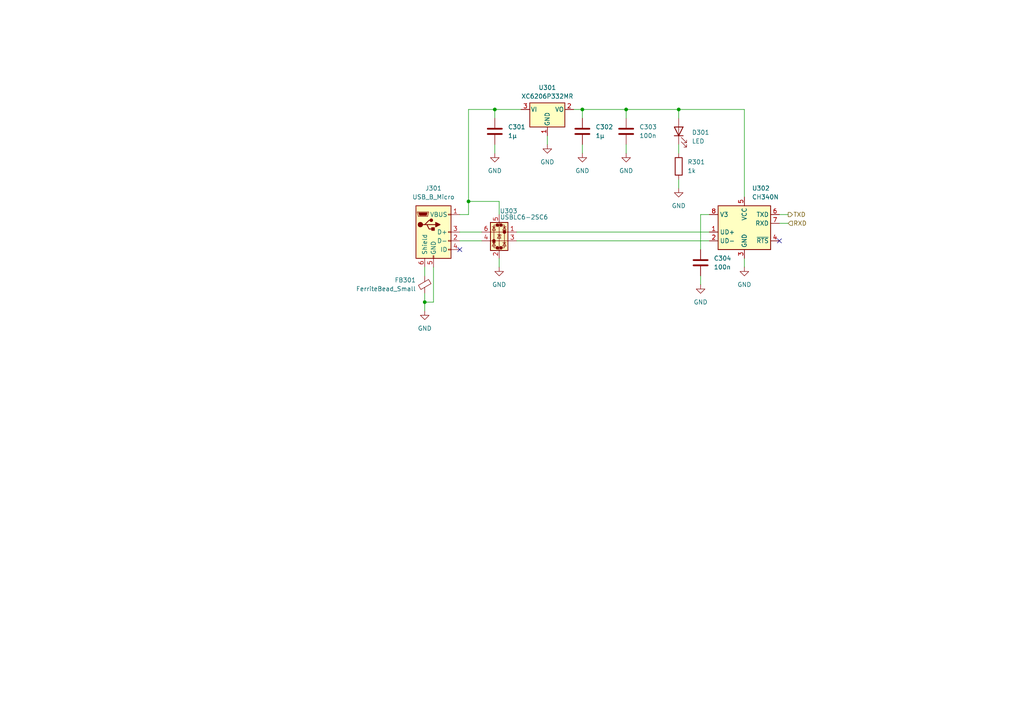
<source format=kicad_sch>
(kicad_sch (version 20231120) (generator "eeschema") (generator_version "8.0")
  (paper "A4")
  (title_block (title "Belegt") (date "2025-01-22") (rev "v0.1") (company "Eurovibes Benedikt Spranger") (comment 1 "SPDX-License-Identifier: CERN-OHL-S-2.0") (comment 2 "https://ohwr.org/cern_ohl_s_v2.txt") (comment 3 "To view a copy of this license, visit") (comment 4 "This work is licensed under the CERN-OHL-S v2"))
  (lib_symbols
    (symbol "Connector:USB_B_Micro" (pin_names (offset 1.016))
      (property "Reference" "J" (at -5.08 11.43 0))
      (property "Value" "USB_B_Micro" (at -5.08 8.89 0))
      (symbol "USB_B_Micro_0_1"
        (rectangle (start -5.08 -7.62) (end 5.08 7.62) (stroke (width 0.254)) (fill (type background)))
        (circle (center -3.81 2.159) (radius 0.635) (stroke (width 0.254)) (fill (type outline)))
        (circle (center -0.635 3.429) (radius 0.381) (stroke (width 0.254)) (fill (type outline)))
        (rectangle (start -0.127 -7.62) (end 0.127 -6.858))
        (polyline (pts (xy -1.905 2.159) (xy 0.635 2.159)) (stroke (width 0.254)))
        (polyline (pts (xy -3.175 2.159) (xy -2.54 2.159) (xy -1.27 3.429) (xy -0.635 3.429)) (stroke (width 0.254)))
        (polyline (pts (xy -2.54 2.159) (xy -1.905 2.159) (xy -1.27 0.889) (xy 0 0.889)) (stroke (width 0.254)))
        (polyline (pts (xy 0.635 2.794) (xy 0.635 1.524) (xy 1.905 2.159) (xy 0.635 2.794)) (stroke (width 0.254)) (fill (type outline)))
        (polyline (pts (xy -4.318 5.588) (xy -1.778 5.588) (xy -2.032 4.826) (xy -4.064 4.826) (xy -4.318 5.588)) (fill (type outline)))
        (polyline (pts (xy -4.699 5.842) (xy -4.699 5.588) (xy -4.445 4.826) (xy -4.445 4.572) (xy -1.651 4.572) (xy -1.651 4.826) (xy -1.397 5.588) (xy -1.397 5.842) (xy -4.699 5.842)))
        (rectangle (start 0.254 1.27) (end -0.508 0.508) (stroke (width 0.254)) (fill (type outline)))
        (rectangle (start 5.08 -5.207) (end 4.318 -4.953))
        (rectangle (start 5.08 -2.667) (end 4.318 -2.413))
        (rectangle (start 5.08 -0.127) (end 4.318 0.127))
        (rectangle (start 5.08 4.953) (end 4.318 5.207))
      )
      (symbol "USB_B_Micro_1_1"
        (pin power_out line (at 7.62 5.08 180) (length 2.54) (name "VBUS") (number "1"))
        (pin bidirectional line (at 7.62 -2.54 180) (length 2.54) (name "D-") (number "2"))
        (pin bidirectional line (at 7.62 0 180) (length 2.54) (name "D+") (number "3"))
        (pin passive line (at 7.62 -5.08 180) (length 2.54) (name "ID") (number "4"))
        (pin power_out line (at 0 -10.16 90) (length 2.54) (name "GND") (number "5"))
        (pin passive line (at -2.54 -10.16 90) (length 2.54) (name "Shield") (number "6"))
      )
    )
    (symbol "Device:C" (pin_numbers hide) (pin_names (offset 0.254))
      (property "Reference" "C" (at 0.635 2.54 0))
      (property "Value" "C" (at 0.635 -2.54 0))
      (symbol "C_0_1"
        (polyline (pts (xy -2.032 -0.762) (xy 2.032 -0.762)) (stroke (width 0.508)))
        (polyline (pts (xy -2.032 0.762) (xy 2.032 0.762)) (stroke (width 0.508)))
      )
      (symbol "C_1_1"
        (pin passive line (at 0 3.81 270) (length 2.794) (name "~") (number "1"))
        (pin passive line (at 0 -3.81 90) (length 2.794) (name "~") (number "2"))
      )
    )
    (symbol "Device:FerriteBead_Small" (pin_numbers hide) (pin_names (offset 0))
      (property "Reference" "FB" (at 1.905 1.27 0))
      (property "Value" "FerriteBead_Small" (at 1.905 -1.27 0))
      (symbol "FerriteBead_Small_0_1"
        (polyline (pts (xy 0 -1.27) (xy 0 -0.7874)))
        (polyline (pts (xy 0 0.889) (xy 0 1.2954)))
        (polyline (pts (xy -1.8288 0.2794) (xy -1.1176 1.4986) (xy 1.8288 -0.2032) (xy 1.1176 -1.4224) (xy -1.8288 0.2794)))
      )
      (symbol "FerriteBead_Small_1_1"
        (pin passive line (at 0 2.54 270) (length 1.27) (name "~") (number "1"))
        (pin passive line (at 0 -2.54 90) (length 1.27) (name "~") (number "2"))
      )
    )
    (symbol "Device:LED" (pin_numbers hide) (pin_names (offset 1.016) hide)
      (property "Reference" "D" (at 0 2.54 0))
      (property "Value" "LED" (at 0 -2.54 0))
      (symbol "LED_0_1"
        (polyline (pts (xy -1.27 -1.27) (xy -1.27 1.27)) (stroke (width 0.254)))
        (polyline (pts (xy -1.27 0) (xy 1.27 0)))
        (polyline (pts (xy 1.27 -1.27) (xy 1.27 1.27) (xy -1.27 0) (xy 1.27 -1.27)) (stroke (width 0.254)))
        (polyline (pts (xy -3.048 -0.762) (xy -4.572 -2.286) (xy -3.81 -2.286) (xy -4.572 -2.286) (xy -4.572 -1.524)))
        (polyline (pts (xy -1.778 -0.762) (xy -3.302 -2.286) (xy -2.54 -2.286) (xy -3.302 -2.286) (xy -3.302 -1.524)))
      )
      (symbol "LED_1_1"
        (pin passive line (at -3.81 0 0) (length 2.54) (name "K") (number "1"))
        (pin passive line (at 3.81 0 180) (length 2.54) (name "A") (number "2"))
      )
    )
    (symbol "Device:R" (pin_numbers hide) (pin_names (offset 0))
      (property "Reference" "R" (at 2.032 0 90))
      (property "Value" "R" (at 0 0 90))
      (symbol "R_0_1"
        (rectangle (start -1.016 -2.54) (end 1.016 2.54) (stroke (width 0.254)))
      )
      (symbol "R_1_1"
        (pin passive line (at 0 3.81 270) (length 1.27) (name "~") (number "1"))
        (pin passive line (at 0 -3.81 90) (length 1.27) (name "~") (number "2"))
      )
    )
    (symbol "Interface_USB:CH340N"
      (property "Reference" "U" (at -7.62 6.35 0))
      (property "Value" "CH340N" (at 7.62 6.35 0))
      (symbol "CH340N_0_1"
        (rectangle (start -7.62 5.08) (end 7.62 -7.62) (stroke (width 0.254)) (fill (type background)))
      )
      (symbol "CH340N_1_1"
        (pin bidirectional line (at -10.16 -2.54 0) (length 2.54) (name "UD+") (number "1"))
        (pin bidirectional line (at -10.16 -5.08 0) (length 2.54) (name "UD-") (number "2"))
        (pin power_in line (at 0 -10.16 90) (length 2.54) (name "GND") (number "3"))
        (pin output line (at 10.16 -5.08 180) (length 2.54) (name "~{RTS}") (number "4"))
        (pin power_in line (at 0 7.62 270) (length 2.54) (name "VCC") (number "5"))
        (pin output line (at 10.16 2.54 180) (length 2.54) (name "TXD") (number "6"))
        (pin input line (at 10.16 0 180) (length 2.54) (name "RXD") (number "7"))
        (pin passive line (at -10.16 2.54 0) (length 2.54) (name "V3") (number "8"))
      )
    )
    (symbol "Power_Protection:USBLC6-2SC6" (pin_names hide)
      (property "Reference" "U" (at 0.635 5.715 0))
      (property "Value" "USBLC6-2SC6" (at 0.635 3.81 0))
      (symbol "USBLC6-2SC6_0_0"
        (circle (center -1.524 0) (radius 0.0001) (stroke (width 0.508)))
        (circle (center -0.508 -4.572) (radius 0.0001) (stroke (width 0.508)))
        (circle (center -0.508 2.032) (radius 0.0001) (stroke (width 0.508)))
        (circle (center 0.508 -4.572) (radius 0.0001) (stroke (width 0.508)))
        (circle (center 0.508 2.032) (radius 0.0001) (stroke (width 0.508)))
        (circle (center 1.524 -2.54) (radius 0.0001) (stroke (width 0.508)))
      )
      (symbol "USBLC6-2SC6_0_1"
        (polyline (pts (xy -2.54 -2.54) (xy 2.54 -2.54)))
        (polyline (pts (xy -2.54 0) (xy 2.54 0)))
        (polyline (pts (xy -2.032 -3.048) (xy -1.016 -3.048)))
        (polyline (pts (xy -1.016 1.524) (xy -2.032 1.524)))
        (polyline (pts (xy 1.016 -3.048) (xy 2.032 -3.048)))
        (polyline (pts (xy 1.016 1.524) (xy 2.032 1.524)))
        (polyline (pts (xy -0.508 -1.143) (xy -0.508 -0.762) (xy 0.508 -0.762)))
        (polyline (pts (xy -2.032 0.508) (xy -1.016 0.508) (xy -1.524 1.524) (xy -2.032 0.508)))
        (polyline (pts (xy -1.016 -4.064) (xy -2.032 -4.064) (xy -1.524 -3.048) (xy -1.016 -4.064)))
        (polyline (pts (xy 0.508 -1.778) (xy -0.508 -1.778) (xy 0 -0.762) (xy 0.508 -1.778)))
        (polyline (pts (xy 2.032 -4.064) (xy 1.016 -4.064) (xy 1.524 -3.048) (xy 2.032 -4.064)))
        (polyline (pts (xy 2.032 0.508) (xy 1.016 0.508) (xy 1.524 1.524) (xy 2.032 0.508)))
        (polyline (pts (xy 0 2.54) (xy -0.508 2.032) (xy 0.508 2.032) (xy 0 1.524) (xy 0 -4.064) (xy -0.508 -4.572) (xy 0.508 -4.572) (xy 0 -5.08)))
      )
      (symbol "USBLC6-2SC6_1_1"
        (rectangle (start -2.54 2.794) (end 2.54 -5.334) (stroke (width 0.254)) (fill (type background)))
        (polyline (pts (xy -0.508 2.032) (xy -1.524 2.032) (xy -1.524 -4.572) (xy -0.508 -4.572)))
        (polyline (pts (xy 0.508 -4.572) (xy 1.524 -4.572) (xy 1.524 2.032) (xy 0.508 2.032)))
        (pin passive line (at -5.08 0 0) (length 2.54) (name "I/O1") (number "1"))
        (pin passive line (at 0 -7.62 90) (length 2.54) (name "GND") (number "2"))
        (pin passive line (at -5.08 -2.54 0) (length 2.54) (name "I/O2") (number "3"))
        (pin passive line (at 5.08 -2.54 180) (length 2.54) (name "I/O2") (number "4"))
        (pin passive line (at 0 5.08 270) (length 2.54) (name "VBUS") (number "5"))
        (pin passive line (at 5.08 0 180) (length 2.54) (name "I/O1") (number "6"))
      )
    )
    (symbol "Regulator_Linear:XC6206PxxxMR" (pin_names (offset 0.254))
      (property "Reference" "U" (at -3.81 3.175 0))
      (property "Value" "XC6206PxxxMR" (at 0 3.175 0))
      (symbol "XC6206PxxxMR_0_1"
        (rectangle (start -5.08 1.905) (end 5.08 -5.08) (stroke (width 0.254)) (fill (type background)))
      )
      (symbol "XC6206PxxxMR_1_1"
        (pin power_in line (at 0 -7.62 90) (length 2.54) (name "GND") (number "1"))
        (pin power_out line (at 7.62 0 180) (length 2.54) (name "VO") (number "2"))
        (pin power_in line (at -7.62 0 0) (length 2.54) (name "VI") (number "3"))
      )
    )
    (symbol "power:GND" (power) (pin_numbers hide) (pin_names (offset 0) hide)
      (property "Value" "GND" (at 0 -3.81 0))
      (symbol "GND_0_1"
        (polyline (pts (xy 0 0) (xy 0 -1.27) (xy 1.27 -1.27) (xy 0 -2.54) (xy -1.27 -1.27) (xy 0 -1.27)))
      )
      (symbol "GND_1_1"
        (pin power_in line (at 0 0 270) (length 0) (name "~") (number "1"))
      )
    )
  )
  (junction (at 181.61 31.75))
  (junction (at 143.51 31.75))
  (junction (at 168.91 31.75))
  (junction (at 123.19 87.63))
  (junction (at 135.89 58.42))
  (junction (at 196.85 31.75))
  (no_connect (at 133.35 72.39))
  (no_connect (at 226.06 69.85))
  (wire (pts (xy 205.74 62.23) (xy 203.2 62.23)))
  (wire (pts (xy 125.73 77.47) (xy 125.73 87.63)))
  (wire (pts (xy 196.85 31.75) (xy 181.61 31.75)))
  (wire (pts (xy 168.91 41.91) (xy 168.91 44.45)))
  (wire (pts (xy 125.73 87.63) (xy 123.19 87.63)))
  (wire (pts (xy 123.19 77.47) (xy 123.19 80.01)))
  (wire (pts (xy 135.89 62.23) (xy 135.89 58.42)))
  (wire (pts (xy 123.19 87.63) (xy 123.19 90.17)))
  (wire (pts (xy 196.85 41.91) (xy 196.85 44.45)))
  (wire (pts (xy 181.61 41.91) (xy 181.61 44.45)))
  (wire (pts (xy 166.37 31.75) (xy 168.91 31.75)))
  (wire (pts (xy 181.61 34.29) (xy 181.61 31.75)))
  (wire (pts (xy 196.85 34.29) (xy 196.85 31.75)))
  (wire (pts (xy 203.2 80.01) (xy 203.2 82.55)))
  (wire (pts (xy 133.35 69.85) (xy 139.7 69.85)))
  (wire (pts (xy 143.51 41.91) (xy 143.51 44.45)))
  (wire (pts (xy 144.78 58.42) (xy 135.89 58.42)))
  (wire (pts (xy 149.86 67.31) (xy 205.74 67.31)))
  (wire (pts (xy 149.86 69.85) (xy 205.74 69.85)))
  (wire (pts (xy 123.19 85.09) (xy 123.19 87.63)))
  (wire (pts (xy 215.9 74.93) (xy 215.9 77.47)))
  (wire (pts (xy 215.9 31.75) (xy 196.85 31.75)))
  (wire (pts (xy 196.85 52.07) (xy 196.85 54.61)))
  (wire (pts (xy 133.35 67.31) (xy 139.7 67.31)))
  (wire (pts (xy 151.13 31.75) (xy 143.51 31.75)))
  (wire (pts (xy 168.91 31.75) (xy 168.91 34.29)))
  (wire (pts (xy 181.61 31.75) (xy 168.91 31.75)))
  (wire (pts (xy 144.78 62.23) (xy 144.78 58.42)))
  (wire (pts (xy 135.89 31.75) (xy 143.51 31.75)))
  (wire (pts (xy 226.06 64.77) (xy 228.6 64.77)))
  (wire (pts (xy 133.35 62.23) (xy 135.89 62.23)))
  (wire (pts (xy 135.89 58.42) (xy 135.89 31.75)))
  (wire (pts (xy 143.51 31.75) (xy 143.51 34.29)))
  (wire (pts (xy 158.75 39.37) (xy 158.75 41.91)))
  (wire (pts (xy 226.06 62.23) (xy 228.6 62.23)))
  (wire (pts (xy 144.78 74.93) (xy 144.78 77.47)))
  (wire (pts (xy 215.9 57.15) (xy 215.9 31.75)))
  (wire (pts (xy 203.2 62.23) (xy 203.2 72.39)))
  (hierarchical_label "RXD" (shape input) (at 228.6 64.77 0))
  (hierarchical_label "TXD" (shape output) (at 228.6 62.23 0))
  (symbol (lib_id "power:GND") (at 123.19 90.17 0) (unit 1)
    (property "Reference" "#PWR?" (effects (hide yes)))
    (property "Value" "GND" (at 123.19 95.25 0))
    (property "Description" "Power symbol creates a global label with name \"GND\" , ground" (effects (hide yes)))
  )
  (symbol (lib_id "Power_Protection:USBLC6-2SC6") (at 144.78 67.31 0) (mirror y) (unit 1)
    (property "Reference" "U303" (at 150.114 61.214 0) (effects (justify left)))
    (property "Value" "USBLC6-2SC6" (at 159.004 62.992 0) (effects (justify left)))
    (property "Footprint" "Package_TO_SOT_SMD:SOT-23-6" (effects (hide yes)))
    (property "Datasheet" "https://www.st.com/resource/en/datasheet/usblc6-2.pdf" (effects (hide yes)))
    (property "Description" "Very low capacitance ESD protection diode, 2 data-line, SOT-23-6" (effects (hide yes)))
    (property "assemble" "y" (effects (hide yes)))
    (property "LCSC#" "C2827654" (effects (hide yes)))
    (property "Manufacture" "TECH PUBLIC" (effects (hide yes)))
    (property "mpn" "USBLC6-2SC6" (effects (hide yes)))
  )
  (symbol (lib_id "power:GND") (at 203.2 82.55 0) (unit 1)
    (property "Reference" "#PWR?" (effects (hide yes)))
    (property "Value" "GND" (at 203.2 87.63 0))
    (property "Description" "Power symbol creates a global label with name \"GND\" , ground" (effects (hide yes)))
  )
  (symbol (lib_id "power:GND") (at 196.85 54.61 0) (unit 1)
    (property "Reference" "#PWR?" (effects (hide yes)))
    (property "Value" "GND" (at 196.85 59.69 0))
    (property "Description" "Power symbol creates a global label with name \"GND\" , ground" (effects (hide yes)))
  )
  (symbol (lib_id "Device:C") (at 168.91 38.1 0) (unit 1)
    (property "Reference" "C302" (at 172.72 36.8299 0) (effects (justify left)))
    (property "Value" "1µ" (at 172.72 39.3699 0) (effects (justify left)))
    (property "Footprint" "Capacitor_SMD:C_0603_1608Metric" (effects (hide yes)))
    (property "Description" "Unpolarized capacitor" (effects (hide yes)))
    (property "assemble" "y" (effects (hide yes)))
    (property "LCSC#" "C15849" (effects (hide yes)))
    (property "Manufacture" "Samsung Electro-Mechanics" (effects (hide yes)))
    (property "mpn" "CL10A105KB8NNNC" (effects (hide yes)))
  )
  (symbol (lib_id "power:GND") (at 144.78 77.47 0) (unit 1)
    (property "Reference" "#PWR?" (effects (hide yes)))
    (property "Value" "GND" (at 144.78 82.55 0))
    (property "Description" "Power symbol creates a global label with name \"GND\" , ground" (effects (hide yes)))
  )
  (symbol (lib_id "power:GND") (at 143.51 44.45 0) (unit 1)
    (property "Reference" "#PWR?" (effects (hide yes)))
    (property "Value" "GND" (at 143.51 49.53 0))
    (property "Description" "Power symbol creates a global label with name \"GND\" , ground" (effects (hide yes)))
  )
  (symbol (lib_id "power:GND") (at 158.75 41.91 0) (unit 1)
    (property "Reference" "#PWR?" (effects (hide yes)))
    (property "Value" "GND" (at 158.75 46.99 0))
    (property "Description" "Power symbol creates a global label with name \"GND\" , ground" (effects (hide yes)))
  )
  (symbol (lib_id "Device:R") (at 196.85 48.26 180) (unit 1)
    (property "Reference" "R301" (at 199.39 46.9899 0) (effects (justify right)))
    (property "Value" "1k" (at 199.39 49.5299 0) (effects (justify right)))
    (property "Footprint" "Resistor_SMD:R_0402_1005Metric" (effects (hide yes)))
    (property "Description" "Resistor" (effects (hide yes)))
    (property "assemble" "y" (effects (hide yes)))
    (property "LCSC#" "C11702" (effects (hide yes)))
    (property "Manufacture" "UNI-ROYAL(Uniroyal Elec)" (effects (hide yes)))
    (property "mpn" "0402WGF1001TCE" (effects (hide yes)))
  )
  (symbol (lib_id "Device:C") (at 203.2 76.2 0) (unit 1)
    (property "Reference" "C304" (at 207.01 74.9299 0) (effects (justify left)))
    (property "Value" "100n" (at 207.01 77.4699 0) (effects (justify left)))
    (property "Footprint" "Capacitor_SMD:C_0402_1005Metric" (effects (hide yes)))
    (property "Description" "Unpolarized capacitor" (effects (hide yes)))
    (property "assemble" "y" (effects (hide yes)))
    (property "LCSC#" "C307331" (effects (hide yes)))
    (property "Manufacture" "Samsung Electro-Mechanics" (effects (hide yes)))
    (property "mpn" "CL05B104KB54PNC" (effects (hide yes)))
  )
  (symbol (lib_id "power:GND") (at 168.91 44.45 0) (unit 1)
    (property "Reference" "#PWR?" (effects (hide yes)))
    (property "Value" "GND" (at 168.91 49.53 0))
    (property "Description" "Power symbol creates a global label with name \"GND\" , ground" (effects (hide yes)))
  )
  (symbol (lib_id "Interface_USB:CH340N") (at 215.9 64.77 0) (unit 1)
    (property "Reference" "U302" (at 218.0941 54.61 0) (effects (justify left)))
    (property "Value" "CH340N" (at 218.0941 57.15 0) (effects (justify left)))
    (property "Footprint" "Package_SO:SOP-8_3.9x4.9mm_P1.27mm" (effects (hide yes)))
    (property "Datasheet" "https://aitendo3.sakura.ne.jp/aitendo_data/product_img/ic/inteface/CH340N/ch340n.pdf" (effects (hide yes)))
    (property "Description" "USB serial converter, 2Mbps, UART, SOP-8" (effects (hide yes)))
    (property "assemble" "y" (effects (hide yes)))
    (property "LCSC#" "C2977777" (effects (hide yes)))
    (property "Manufacture" "WCH(Jiangsu Qin Heng)" (effects (hide yes)))
    (property "mpn" "CH340N" (effects (hide yes)))
  )
  (symbol (lib_id "Connector:USB_B_Micro") (at 125.73 67.31 0) (unit 1)
    (property "Reference" "J301" (at 125.73 54.61 0))
    (property "Value" "USB_B_Micro" (at 125.73 57.15 0))
    (property "Footprint" "Connector_USB:USB_Micro-B_Amphenol_10118193-0001LF_Horizontal" (effects (hide yes)))
    (property "Description" "USB Micro Type B connector" (effects (hide yes)))
    (property "assemble" "y" (effects (hide yes)))
    (property "LCSC#" "C132562" (effects (hide yes)))
    (property "Manufacture" "Amphenol ICC" (effects (hide yes)))
    (property "mpn" "10118193-0001LF" (effects (hide yes)))
  )
  (symbol (lib_id "Device:LED") (at 196.85 38.1 90) (unit 1)
    (property "Reference" "D301" (at 200.66 38.4174 90) (effects (justify right)))
    (property "Value" "LED" (at 200.66 40.9574 90) (effects (justify right)))
    (property "Footprint" "LED_SMD:LED_0603_1608Metric" (effects (hide yes)))
    (property "Description" "Light emitting diode" (effects (hide yes)))
    (property "assemble" "y" (effects (hide yes)))
    (property "LCSC#" "C2286" (effects (hide yes)))
    (property "Manufacture" "Hubei KENTO Elec" (effects (hide yes)))
    (property "mpn" "KT-0603R" (effects (hide yes)))
  )
  (symbol (lib_id "power:GND") (at 215.9 77.47 0) (unit 1)
    (property "Reference" "#PWR?" (effects (hide yes)))
    (property "Value" "GND" (at 215.9 82.55 0))
    (property "Description" "Power symbol creates a global label with name \"GND\" , ground" (effects (hide yes)))
  )
  (symbol (lib_id "Device:C") (at 181.61 38.1 0) (unit 1)
    (property "Reference" "C303" (at 185.42 36.8299 0) (effects (justify left)))
    (property "Value" "100n" (at 185.42 39.3699 0) (effects (justify left)))
    (property "Footprint" "Capacitor_SMD:C_0402_1005Metric" (effects (hide yes)))
    (property "Description" "Unpolarized capacitor" (effects (hide yes)))
    (property "assemble" "y" (effects (hide yes)))
    (property "LCSC#" "C307331" (effects (hide yes)))
    (property "Manufacture" "Samsung Electro-Mechanics" (effects (hide yes)))
    (property "mpn" "CL05B104KB54PNC" (effects (hide yes)))
  )
  (symbol (lib_id "Device:FerriteBead_Small") (at 123.19 82.55 0) (mirror y) (unit 1)
    (property "Reference" "FB301" (at 120.65 81.2418 0) (effects (justify left)))
    (property "Value" "FerriteBead_Small" (at 120.65 83.7818 0) (effects (justify left)))
    (property "Footprint" "Inductor_SMD:L_0603_1608Metric" (effects (hide yes)))
    (property "Description" "Ferrite bead, small symbol" (effects (hide yes)))
    (property "assemble" "y" (effects (hide yes)))
    (property "LCSC#" "C1002" (effects (hide yes)))
    (property "Manufacture" "Sunlord" (effects (hide yes)))
    (property "mpn" "GZ1608D601TF" (effects (hide yes)))
  )
  (symbol (lib_id "Regulator_Linear:XC6206PxxxMR") (at 158.75 31.75 0) (unit 1)
    (property "Reference" "U301" (at 158.75 25.4 0))
    (property "Value" "XC6206P332MR" (at 158.75 27.94 0))
    (property "Footprint" "Package_TO_SOT_SMD:SOT-23-3" (effects (hide yes)))
    (property "Datasheet" "https://www.torexsemi.com/file/xc6206/XC6206.pdf" (effects (hide yes)))
    (property "Description" "Positive 60-250mA Low Dropout Regulator, Fixed Output, SOT-23" (effects (hide yes)))
    (property "assemble" "y" (effects (hide yes)))
    (property "LCSC#" "C5446" (effects (hide yes)))
    (property "Manufacture" "Torex Semicon" (effects (hide yes)))
    (property "mpn" "XC6206P332MR-G" (effects (hide yes)))
  )
  (symbol (lib_id "Device:C") (at 143.51 38.1 0) (unit 1)
    (property "Reference" "C301" (at 147.32 36.8299 0) (effects (justify left)))
    (property "Value" "1µ" (at 147.32 39.3699 0) (effects (justify left)))
    (property "Footprint" "Capacitor_SMD:C_0603_1608Metric" (effects (hide yes)))
    (property "Description" "Unpolarized capacitor" (effects (hide yes)))
    (property "assemble" "y" (effects (hide yes)))
    (property "LCSC#" "C15849" (effects (hide yes)))
    (property "Manufacture" "Samsung Electro-Mechanics" (effects (hide yes)))
    (property "mpn" "CL10A105KB8NNNC" (effects (hide yes)))
  )
  (symbol (lib_id "power:GND") (at 181.61 44.45 0) (unit 1)
    (property "Reference" "#PWR?" (effects (hide yes)))
    (property "Value" "GND" (at 181.61 49.53 0))
    (property "Description" "Power symbol creates a global label with name \"GND\" , ground" (effects (hide yes)))
  )
)
</source>
